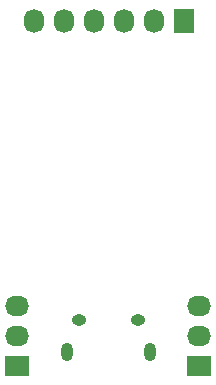
<source format=gbr>
G04 #@! TF.FileFunction,Soldermask,Bot*
%FSLAX46Y46*%
G04 Gerber Fmt 4.6, Leading zero omitted, Abs format (unit mm)*
G04 Created by KiCad (PCBNEW 4.0.2-stable) date Sunday, 05 June 2016 'pmt' 16:31:40*
%MOMM*%
G01*
G04 APERTURE LIST*
%ADD10C,0.100000*%
%ADD11R,2.032000X1.727200*%
%ADD12O,2.032000X1.727200*%
%ADD13R,1.727200X2.032000*%
%ADD14O,1.727200X2.032000*%
%ADD15O,1.250000X0.950000*%
%ADD16O,1.000000X1.550000*%
G04 APERTURE END LIST*
D10*
D11*
X2667000Y-31750000D03*
D12*
X2667000Y-29210000D03*
X2667000Y-26670000D03*
D13*
X16764000Y-2540000D03*
D14*
X14224000Y-2540000D03*
X11684000Y-2540000D03*
X9144000Y-2540000D03*
X6604000Y-2540000D03*
X4064000Y-2540000D03*
D15*
X7913100Y-27901460D03*
X12913100Y-27901460D03*
D16*
X6913100Y-30601460D03*
X13913100Y-30601460D03*
D11*
X18034000Y-31750000D03*
D12*
X18034000Y-29210000D03*
X18034000Y-26670000D03*
M02*

</source>
